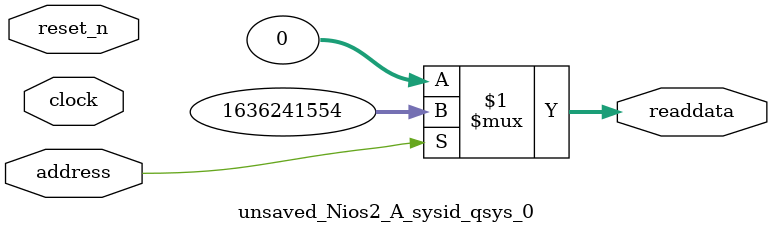
<source format=v>



// synthesis translate_off
`timescale 1ns / 1ps
// synthesis translate_on

// turn off superfluous verilog processor warnings 
// altera message_level Level1 
// altera message_off 10034 10035 10036 10037 10230 10240 10030 

module unsaved_Nios2_A_sysid_qsys_0 (
               // inputs:
                address,
                clock,
                reset_n,

               // outputs:
                readdata
             )
;

  output  [ 31: 0] readdata;
  input            address;
  input            clock;
  input            reset_n;

  wire    [ 31: 0] readdata;
  //control_slave, which is an e_avalon_slave
  assign readdata = address ? 1636241554 : 0;

endmodule



</source>
